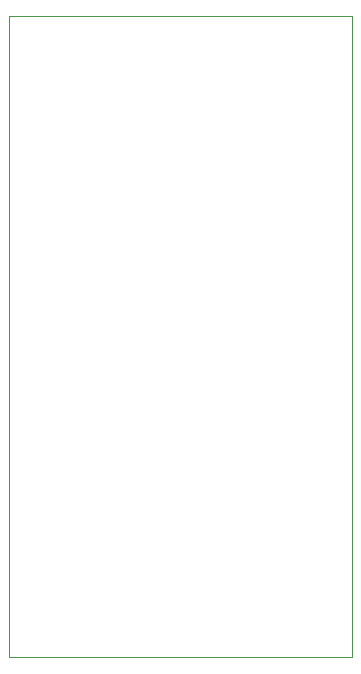
<source format=gbr>
%TF.GenerationSoftware,KiCad,Pcbnew,9.0.3*%
%TF.CreationDate,2025-07-14T16:06:07+02:00*%
%TF.ProjectId,IF-Board,49462d42-6f61-4726-942e-6b696361645f,rev?*%
%TF.SameCoordinates,Original*%
%TF.FileFunction,Profile,NP*%
%FSLAX46Y46*%
G04 Gerber Fmt 4.6, Leading zero omitted, Abs format (unit mm)*
G04 Created by KiCad (PCBNEW 9.0.3) date 2025-07-14 16:06:07*
%MOMM*%
%LPD*%
G01*
G04 APERTURE LIST*
%TA.AperFunction,Profile*%
%ADD10C,0.100000*%
%TD*%
G04 APERTURE END LIST*
D10*
X164500000Y-127150000D02*
X135500000Y-127150000D01*
X135500000Y-72850000D02*
X164500000Y-72850000D01*
X135500000Y-127150000D02*
X135500000Y-72850000D01*
X164500000Y-72850000D02*
X164500000Y-127150000D01*
M02*

</source>
